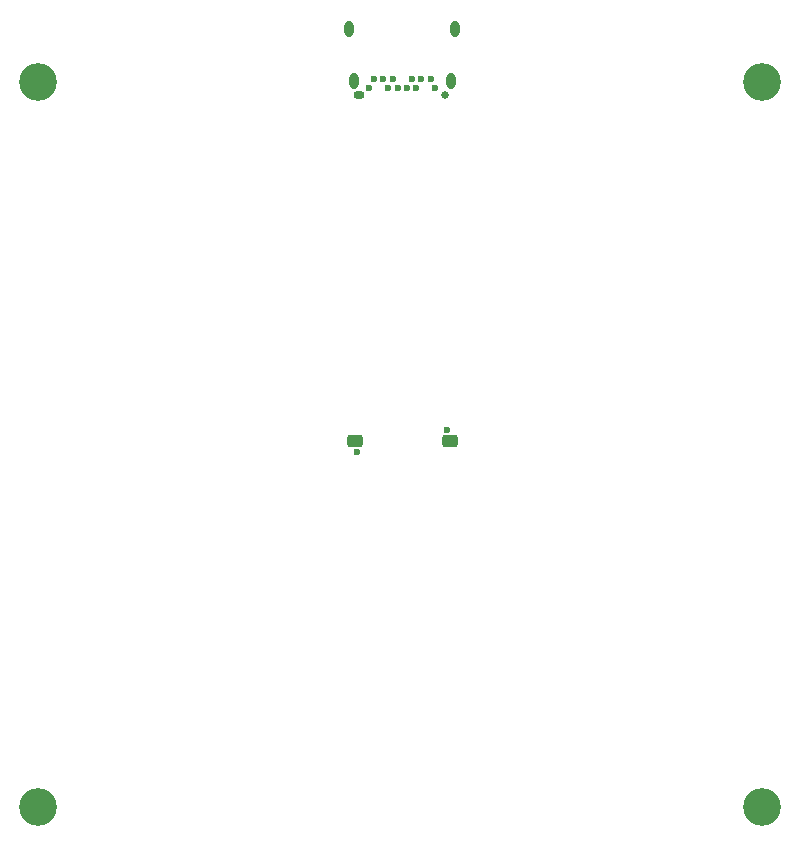
<source format=gbr>
%TF.GenerationSoftware,KiCad,Pcbnew,(6.0.7)*%
%TF.CreationDate,2022-09-26T17:50:28-05:00*%
%TF.ProjectId,T7Totem,5437546f-7465-46d2-9e6b-696361645f70,rev?*%
%TF.SameCoordinates,Original*%
%TF.FileFunction,Soldermask,Bot*%
%TF.FilePolarity,Negative*%
%FSLAX46Y46*%
G04 Gerber Fmt 4.6, Leading zero omitted, Abs format (unit mm)*
G04 Created by KiCad (PCBNEW (6.0.7)) date 2022-09-26 17:50:28*
%MOMM*%
%LPD*%
G01*
G04 APERTURE LIST*
G04 Aperture macros list*
%AMRoundRect*
0 Rectangle with rounded corners*
0 $1 Rounding radius*
0 $2 $3 $4 $5 $6 $7 $8 $9 X,Y pos of 4 corners*
0 Add a 4 corners polygon primitive as box body*
4,1,4,$2,$3,$4,$5,$6,$7,$8,$9,$2,$3,0*
0 Add four circle primitives for the rounded corners*
1,1,$1+$1,$2,$3*
1,1,$1+$1,$4,$5*
1,1,$1+$1,$6,$7*
1,1,$1+$1,$8,$9*
0 Add four rect primitives between the rounded corners*
20,1,$1+$1,$2,$3,$4,$5,0*
20,1,$1+$1,$4,$5,$6,$7,0*
20,1,$1+$1,$6,$7,$8,$9,0*
20,1,$1+$1,$8,$9,$2,$3,0*%
G04 Aperture macros list end*
%ADD10O,0.950000X0.650000*%
%ADD11C,0.650000*%
%ADD12C,0.600000*%
%ADD13O,0.800000X1.400000*%
%ADD14RoundRect,0.275000X-0.400000X-0.275000X0.400000X-0.275000X0.400000X0.275000X-0.400000X0.275000X0*%
%ADD15C,3.200000*%
G04 APERTURE END LIST*
D10*
%TO.C,J2*%
X165520000Y-71045000D03*
D11*
X172750000Y-71045000D03*
D12*
X166350000Y-70395000D03*
X166750000Y-69695000D03*
X167550000Y-69695000D03*
X167950000Y-70395000D03*
X168350000Y-69695000D03*
X168750000Y-70395000D03*
X169550000Y-70395000D03*
X169950000Y-69695000D03*
X170350000Y-70395000D03*
X170750000Y-69695000D03*
X171550000Y-69695000D03*
X171950000Y-70395000D03*
D13*
X173640000Y-65405000D03*
X165020000Y-69795000D03*
X173280000Y-69795000D03*
X164660000Y-65405000D03*
%TD*%
D12*
%TO.C,J1*%
X165340000Y-101275000D03*
X172960000Y-99425000D03*
D14*
X165145000Y-100350000D03*
X173155000Y-100350000D03*
%TD*%
D15*
%TO.C,H4*%
X138300000Y-131300000D03*
%TD*%
%TO.C,H3*%
X199600000Y-131300000D03*
%TD*%
%TO.C,H2*%
X199600000Y-69900000D03*
%TD*%
%TO.C,H1*%
X138300000Y-69900000D03*
%TD*%
M02*

</source>
